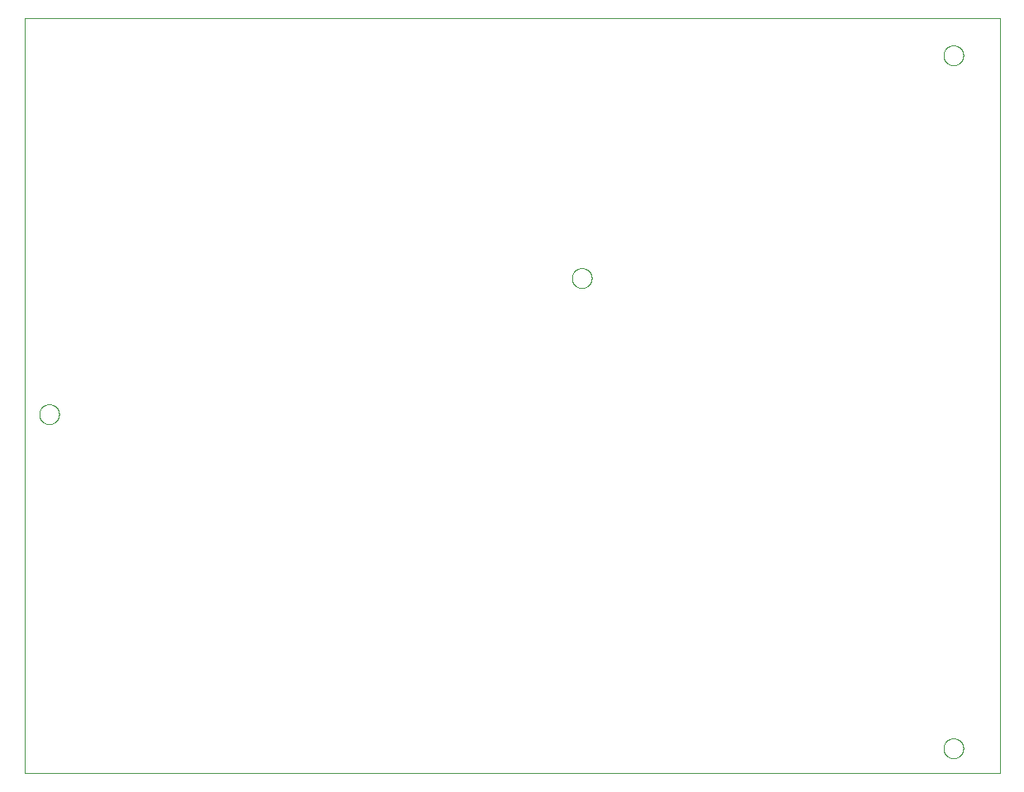
<source format=gtp>
G04 EAGLE Gerber X2 export*
%TF.Part,Single*%
%TF.FileFunction,Other,Solder paste top*%
%TF.FilePolarity,Positive*%
%TF.GenerationSoftware,Autodesk,EAGLE,8.7.0*%
%TF.CreationDate,2019-08-22T10:02:17Z*%
G75*
%MOMM*%
%FSLAX34Y34*%
%LPD*%
%AMOC8*
5,1,8,0,0,1.08239X$1,22.5*%
G01*
%ADD10C,0.000000*%


D10*
X0Y25400D02*
X1000000Y25400D01*
X1000000Y800000D01*
X0Y800000D01*
X0Y25400D01*
X942340Y762000D02*
X942343Y762249D01*
X942352Y762499D01*
X942368Y762747D01*
X942389Y762996D01*
X942416Y763244D01*
X942450Y763491D01*
X942490Y763737D01*
X942535Y763982D01*
X942587Y764226D01*
X942644Y764469D01*
X942708Y764710D01*
X942777Y764949D01*
X942853Y765187D01*
X942934Y765423D01*
X943021Y765657D01*
X943113Y765888D01*
X943212Y766117D01*
X943315Y766344D01*
X943425Y766568D01*
X943540Y766789D01*
X943660Y767008D01*
X943785Y767223D01*
X943916Y767436D01*
X944052Y767645D01*
X944193Y767850D01*
X944339Y768052D01*
X944490Y768251D01*
X944646Y768445D01*
X944807Y768636D01*
X944972Y768823D01*
X945142Y769006D01*
X945316Y769184D01*
X945494Y769358D01*
X945677Y769528D01*
X945864Y769693D01*
X946055Y769854D01*
X946249Y770010D01*
X946448Y770161D01*
X946650Y770307D01*
X946855Y770448D01*
X947064Y770584D01*
X947277Y770715D01*
X947492Y770840D01*
X947711Y770960D01*
X947932Y771075D01*
X948156Y771185D01*
X948383Y771288D01*
X948612Y771387D01*
X948843Y771479D01*
X949077Y771566D01*
X949313Y771647D01*
X949551Y771723D01*
X949790Y771792D01*
X950031Y771856D01*
X950274Y771913D01*
X950518Y771965D01*
X950763Y772010D01*
X951009Y772050D01*
X951256Y772084D01*
X951504Y772111D01*
X951753Y772132D01*
X952001Y772148D01*
X952251Y772157D01*
X952500Y772160D01*
X952749Y772157D01*
X952999Y772148D01*
X953247Y772132D01*
X953496Y772111D01*
X953744Y772084D01*
X953991Y772050D01*
X954237Y772010D01*
X954482Y771965D01*
X954726Y771913D01*
X954969Y771856D01*
X955210Y771792D01*
X955449Y771723D01*
X955687Y771647D01*
X955923Y771566D01*
X956157Y771479D01*
X956388Y771387D01*
X956617Y771288D01*
X956844Y771185D01*
X957068Y771075D01*
X957289Y770960D01*
X957508Y770840D01*
X957723Y770715D01*
X957936Y770584D01*
X958145Y770448D01*
X958350Y770307D01*
X958552Y770161D01*
X958751Y770010D01*
X958945Y769854D01*
X959136Y769693D01*
X959323Y769528D01*
X959506Y769358D01*
X959684Y769184D01*
X959858Y769006D01*
X960028Y768823D01*
X960193Y768636D01*
X960354Y768445D01*
X960510Y768251D01*
X960661Y768052D01*
X960807Y767850D01*
X960948Y767645D01*
X961084Y767436D01*
X961215Y767223D01*
X961340Y767008D01*
X961460Y766789D01*
X961575Y766568D01*
X961685Y766344D01*
X961788Y766117D01*
X961887Y765888D01*
X961979Y765657D01*
X962066Y765423D01*
X962147Y765187D01*
X962223Y764949D01*
X962292Y764710D01*
X962356Y764469D01*
X962413Y764226D01*
X962465Y763982D01*
X962510Y763737D01*
X962550Y763491D01*
X962584Y763244D01*
X962611Y762996D01*
X962632Y762747D01*
X962648Y762499D01*
X962657Y762249D01*
X962660Y762000D01*
X962657Y761751D01*
X962648Y761501D01*
X962632Y761253D01*
X962611Y761004D01*
X962584Y760756D01*
X962550Y760509D01*
X962510Y760263D01*
X962465Y760018D01*
X962413Y759774D01*
X962356Y759531D01*
X962292Y759290D01*
X962223Y759051D01*
X962147Y758813D01*
X962066Y758577D01*
X961979Y758343D01*
X961887Y758112D01*
X961788Y757883D01*
X961685Y757656D01*
X961575Y757432D01*
X961460Y757211D01*
X961340Y756992D01*
X961215Y756777D01*
X961084Y756564D01*
X960948Y756355D01*
X960807Y756150D01*
X960661Y755948D01*
X960510Y755749D01*
X960354Y755555D01*
X960193Y755364D01*
X960028Y755177D01*
X959858Y754994D01*
X959684Y754816D01*
X959506Y754642D01*
X959323Y754472D01*
X959136Y754307D01*
X958945Y754146D01*
X958751Y753990D01*
X958552Y753839D01*
X958350Y753693D01*
X958145Y753552D01*
X957936Y753416D01*
X957723Y753285D01*
X957508Y753160D01*
X957289Y753040D01*
X957068Y752925D01*
X956844Y752815D01*
X956617Y752712D01*
X956388Y752613D01*
X956157Y752521D01*
X955923Y752434D01*
X955687Y752353D01*
X955449Y752277D01*
X955210Y752208D01*
X954969Y752144D01*
X954726Y752087D01*
X954482Y752035D01*
X954237Y751990D01*
X953991Y751950D01*
X953744Y751916D01*
X953496Y751889D01*
X953247Y751868D01*
X952999Y751852D01*
X952749Y751843D01*
X952500Y751840D01*
X952251Y751843D01*
X952001Y751852D01*
X951753Y751868D01*
X951504Y751889D01*
X951256Y751916D01*
X951009Y751950D01*
X950763Y751990D01*
X950518Y752035D01*
X950274Y752087D01*
X950031Y752144D01*
X949790Y752208D01*
X949551Y752277D01*
X949313Y752353D01*
X949077Y752434D01*
X948843Y752521D01*
X948612Y752613D01*
X948383Y752712D01*
X948156Y752815D01*
X947932Y752925D01*
X947711Y753040D01*
X947492Y753160D01*
X947277Y753285D01*
X947064Y753416D01*
X946855Y753552D01*
X946650Y753693D01*
X946448Y753839D01*
X946249Y753990D01*
X946055Y754146D01*
X945864Y754307D01*
X945677Y754472D01*
X945494Y754642D01*
X945316Y754816D01*
X945142Y754994D01*
X944972Y755177D01*
X944807Y755364D01*
X944646Y755555D01*
X944490Y755749D01*
X944339Y755948D01*
X944193Y756150D01*
X944052Y756355D01*
X943916Y756564D01*
X943785Y756777D01*
X943660Y756992D01*
X943540Y757211D01*
X943425Y757432D01*
X943315Y757656D01*
X943212Y757883D01*
X943113Y758112D01*
X943021Y758343D01*
X942934Y758577D01*
X942853Y758813D01*
X942777Y759051D01*
X942708Y759290D01*
X942644Y759531D01*
X942587Y759774D01*
X942535Y760018D01*
X942490Y760263D01*
X942450Y760509D01*
X942416Y760756D01*
X942389Y761004D01*
X942368Y761253D01*
X942352Y761501D01*
X942343Y761751D01*
X942340Y762000D01*
X15240Y393700D02*
X15243Y393949D01*
X15252Y394199D01*
X15268Y394447D01*
X15289Y394696D01*
X15316Y394944D01*
X15350Y395191D01*
X15390Y395437D01*
X15435Y395682D01*
X15487Y395926D01*
X15544Y396169D01*
X15608Y396410D01*
X15677Y396649D01*
X15753Y396887D01*
X15834Y397123D01*
X15921Y397357D01*
X16013Y397588D01*
X16112Y397817D01*
X16215Y398044D01*
X16325Y398268D01*
X16440Y398489D01*
X16560Y398708D01*
X16685Y398923D01*
X16816Y399136D01*
X16952Y399345D01*
X17093Y399550D01*
X17239Y399752D01*
X17390Y399951D01*
X17546Y400145D01*
X17707Y400336D01*
X17872Y400523D01*
X18042Y400706D01*
X18216Y400884D01*
X18394Y401058D01*
X18577Y401228D01*
X18764Y401393D01*
X18955Y401554D01*
X19149Y401710D01*
X19348Y401861D01*
X19550Y402007D01*
X19755Y402148D01*
X19964Y402284D01*
X20177Y402415D01*
X20392Y402540D01*
X20611Y402660D01*
X20832Y402775D01*
X21056Y402885D01*
X21283Y402988D01*
X21512Y403087D01*
X21743Y403179D01*
X21977Y403266D01*
X22213Y403347D01*
X22451Y403423D01*
X22690Y403492D01*
X22931Y403556D01*
X23174Y403613D01*
X23418Y403665D01*
X23663Y403710D01*
X23909Y403750D01*
X24156Y403784D01*
X24404Y403811D01*
X24653Y403832D01*
X24901Y403848D01*
X25151Y403857D01*
X25400Y403860D01*
X25649Y403857D01*
X25899Y403848D01*
X26147Y403832D01*
X26396Y403811D01*
X26644Y403784D01*
X26891Y403750D01*
X27137Y403710D01*
X27382Y403665D01*
X27626Y403613D01*
X27869Y403556D01*
X28110Y403492D01*
X28349Y403423D01*
X28587Y403347D01*
X28823Y403266D01*
X29057Y403179D01*
X29288Y403087D01*
X29517Y402988D01*
X29744Y402885D01*
X29968Y402775D01*
X30189Y402660D01*
X30408Y402540D01*
X30623Y402415D01*
X30836Y402284D01*
X31045Y402148D01*
X31250Y402007D01*
X31452Y401861D01*
X31651Y401710D01*
X31845Y401554D01*
X32036Y401393D01*
X32223Y401228D01*
X32406Y401058D01*
X32584Y400884D01*
X32758Y400706D01*
X32928Y400523D01*
X33093Y400336D01*
X33254Y400145D01*
X33410Y399951D01*
X33561Y399752D01*
X33707Y399550D01*
X33848Y399345D01*
X33984Y399136D01*
X34115Y398923D01*
X34240Y398708D01*
X34360Y398489D01*
X34475Y398268D01*
X34585Y398044D01*
X34688Y397817D01*
X34787Y397588D01*
X34879Y397357D01*
X34966Y397123D01*
X35047Y396887D01*
X35123Y396649D01*
X35192Y396410D01*
X35256Y396169D01*
X35313Y395926D01*
X35365Y395682D01*
X35410Y395437D01*
X35450Y395191D01*
X35484Y394944D01*
X35511Y394696D01*
X35532Y394447D01*
X35548Y394199D01*
X35557Y393949D01*
X35560Y393700D01*
X35557Y393451D01*
X35548Y393201D01*
X35532Y392953D01*
X35511Y392704D01*
X35484Y392456D01*
X35450Y392209D01*
X35410Y391963D01*
X35365Y391718D01*
X35313Y391474D01*
X35256Y391231D01*
X35192Y390990D01*
X35123Y390751D01*
X35047Y390513D01*
X34966Y390277D01*
X34879Y390043D01*
X34787Y389812D01*
X34688Y389583D01*
X34585Y389356D01*
X34475Y389132D01*
X34360Y388911D01*
X34240Y388692D01*
X34115Y388477D01*
X33984Y388264D01*
X33848Y388055D01*
X33707Y387850D01*
X33561Y387648D01*
X33410Y387449D01*
X33254Y387255D01*
X33093Y387064D01*
X32928Y386877D01*
X32758Y386694D01*
X32584Y386516D01*
X32406Y386342D01*
X32223Y386172D01*
X32036Y386007D01*
X31845Y385846D01*
X31651Y385690D01*
X31452Y385539D01*
X31250Y385393D01*
X31045Y385252D01*
X30836Y385116D01*
X30623Y384985D01*
X30408Y384860D01*
X30189Y384740D01*
X29968Y384625D01*
X29744Y384515D01*
X29517Y384412D01*
X29288Y384313D01*
X29057Y384221D01*
X28823Y384134D01*
X28587Y384053D01*
X28349Y383977D01*
X28110Y383908D01*
X27869Y383844D01*
X27626Y383787D01*
X27382Y383735D01*
X27137Y383690D01*
X26891Y383650D01*
X26644Y383616D01*
X26396Y383589D01*
X26147Y383568D01*
X25899Y383552D01*
X25649Y383543D01*
X25400Y383540D01*
X25151Y383543D01*
X24901Y383552D01*
X24653Y383568D01*
X24404Y383589D01*
X24156Y383616D01*
X23909Y383650D01*
X23663Y383690D01*
X23418Y383735D01*
X23174Y383787D01*
X22931Y383844D01*
X22690Y383908D01*
X22451Y383977D01*
X22213Y384053D01*
X21977Y384134D01*
X21743Y384221D01*
X21512Y384313D01*
X21283Y384412D01*
X21056Y384515D01*
X20832Y384625D01*
X20611Y384740D01*
X20392Y384860D01*
X20177Y384985D01*
X19964Y385116D01*
X19755Y385252D01*
X19550Y385393D01*
X19348Y385539D01*
X19149Y385690D01*
X18955Y385846D01*
X18764Y386007D01*
X18577Y386172D01*
X18394Y386342D01*
X18216Y386516D01*
X18042Y386694D01*
X17872Y386877D01*
X17707Y387064D01*
X17546Y387255D01*
X17390Y387449D01*
X17239Y387648D01*
X17093Y387850D01*
X16952Y388055D01*
X16816Y388264D01*
X16685Y388477D01*
X16560Y388692D01*
X16440Y388911D01*
X16325Y389132D01*
X16215Y389356D01*
X16112Y389583D01*
X16013Y389812D01*
X15921Y390043D01*
X15834Y390277D01*
X15753Y390513D01*
X15677Y390751D01*
X15608Y390990D01*
X15544Y391231D01*
X15487Y391474D01*
X15435Y391718D01*
X15390Y391963D01*
X15350Y392209D01*
X15316Y392456D01*
X15289Y392704D01*
X15268Y392953D01*
X15252Y393201D01*
X15243Y393451D01*
X15240Y393700D01*
X942340Y50800D02*
X942343Y51049D01*
X942352Y51299D01*
X942368Y51547D01*
X942389Y51796D01*
X942416Y52044D01*
X942450Y52291D01*
X942490Y52537D01*
X942535Y52782D01*
X942587Y53026D01*
X942644Y53269D01*
X942708Y53510D01*
X942777Y53749D01*
X942853Y53987D01*
X942934Y54223D01*
X943021Y54457D01*
X943113Y54688D01*
X943212Y54917D01*
X943315Y55144D01*
X943425Y55368D01*
X943540Y55589D01*
X943660Y55808D01*
X943785Y56023D01*
X943916Y56236D01*
X944052Y56445D01*
X944193Y56650D01*
X944339Y56852D01*
X944490Y57051D01*
X944646Y57245D01*
X944807Y57436D01*
X944972Y57623D01*
X945142Y57806D01*
X945316Y57984D01*
X945494Y58158D01*
X945677Y58328D01*
X945864Y58493D01*
X946055Y58654D01*
X946249Y58810D01*
X946448Y58961D01*
X946650Y59107D01*
X946855Y59248D01*
X947064Y59384D01*
X947277Y59515D01*
X947492Y59640D01*
X947711Y59760D01*
X947932Y59875D01*
X948156Y59985D01*
X948383Y60088D01*
X948612Y60187D01*
X948843Y60279D01*
X949077Y60366D01*
X949313Y60447D01*
X949551Y60523D01*
X949790Y60592D01*
X950031Y60656D01*
X950274Y60713D01*
X950518Y60765D01*
X950763Y60810D01*
X951009Y60850D01*
X951256Y60884D01*
X951504Y60911D01*
X951753Y60932D01*
X952001Y60948D01*
X952251Y60957D01*
X952500Y60960D01*
X952749Y60957D01*
X952999Y60948D01*
X953247Y60932D01*
X953496Y60911D01*
X953744Y60884D01*
X953991Y60850D01*
X954237Y60810D01*
X954482Y60765D01*
X954726Y60713D01*
X954969Y60656D01*
X955210Y60592D01*
X955449Y60523D01*
X955687Y60447D01*
X955923Y60366D01*
X956157Y60279D01*
X956388Y60187D01*
X956617Y60088D01*
X956844Y59985D01*
X957068Y59875D01*
X957289Y59760D01*
X957508Y59640D01*
X957723Y59515D01*
X957936Y59384D01*
X958145Y59248D01*
X958350Y59107D01*
X958552Y58961D01*
X958751Y58810D01*
X958945Y58654D01*
X959136Y58493D01*
X959323Y58328D01*
X959506Y58158D01*
X959684Y57984D01*
X959858Y57806D01*
X960028Y57623D01*
X960193Y57436D01*
X960354Y57245D01*
X960510Y57051D01*
X960661Y56852D01*
X960807Y56650D01*
X960948Y56445D01*
X961084Y56236D01*
X961215Y56023D01*
X961340Y55808D01*
X961460Y55589D01*
X961575Y55368D01*
X961685Y55144D01*
X961788Y54917D01*
X961887Y54688D01*
X961979Y54457D01*
X962066Y54223D01*
X962147Y53987D01*
X962223Y53749D01*
X962292Y53510D01*
X962356Y53269D01*
X962413Y53026D01*
X962465Y52782D01*
X962510Y52537D01*
X962550Y52291D01*
X962584Y52044D01*
X962611Y51796D01*
X962632Y51547D01*
X962648Y51299D01*
X962657Y51049D01*
X962660Y50800D01*
X962657Y50551D01*
X962648Y50301D01*
X962632Y50053D01*
X962611Y49804D01*
X962584Y49556D01*
X962550Y49309D01*
X962510Y49063D01*
X962465Y48818D01*
X962413Y48574D01*
X962356Y48331D01*
X962292Y48090D01*
X962223Y47851D01*
X962147Y47613D01*
X962066Y47377D01*
X961979Y47143D01*
X961887Y46912D01*
X961788Y46683D01*
X961685Y46456D01*
X961575Y46232D01*
X961460Y46011D01*
X961340Y45792D01*
X961215Y45577D01*
X961084Y45364D01*
X960948Y45155D01*
X960807Y44950D01*
X960661Y44748D01*
X960510Y44549D01*
X960354Y44355D01*
X960193Y44164D01*
X960028Y43977D01*
X959858Y43794D01*
X959684Y43616D01*
X959506Y43442D01*
X959323Y43272D01*
X959136Y43107D01*
X958945Y42946D01*
X958751Y42790D01*
X958552Y42639D01*
X958350Y42493D01*
X958145Y42352D01*
X957936Y42216D01*
X957723Y42085D01*
X957508Y41960D01*
X957289Y41840D01*
X957068Y41725D01*
X956844Y41615D01*
X956617Y41512D01*
X956388Y41413D01*
X956157Y41321D01*
X955923Y41234D01*
X955687Y41153D01*
X955449Y41077D01*
X955210Y41008D01*
X954969Y40944D01*
X954726Y40887D01*
X954482Y40835D01*
X954237Y40790D01*
X953991Y40750D01*
X953744Y40716D01*
X953496Y40689D01*
X953247Y40668D01*
X952999Y40652D01*
X952749Y40643D01*
X952500Y40640D01*
X952251Y40643D01*
X952001Y40652D01*
X951753Y40668D01*
X951504Y40689D01*
X951256Y40716D01*
X951009Y40750D01*
X950763Y40790D01*
X950518Y40835D01*
X950274Y40887D01*
X950031Y40944D01*
X949790Y41008D01*
X949551Y41077D01*
X949313Y41153D01*
X949077Y41234D01*
X948843Y41321D01*
X948612Y41413D01*
X948383Y41512D01*
X948156Y41615D01*
X947932Y41725D01*
X947711Y41840D01*
X947492Y41960D01*
X947277Y42085D01*
X947064Y42216D01*
X946855Y42352D01*
X946650Y42493D01*
X946448Y42639D01*
X946249Y42790D01*
X946055Y42946D01*
X945864Y43107D01*
X945677Y43272D01*
X945494Y43442D01*
X945316Y43616D01*
X945142Y43794D01*
X944972Y43977D01*
X944807Y44164D01*
X944646Y44355D01*
X944490Y44549D01*
X944339Y44748D01*
X944193Y44950D01*
X944052Y45155D01*
X943916Y45364D01*
X943785Y45577D01*
X943660Y45792D01*
X943540Y46011D01*
X943425Y46232D01*
X943315Y46456D01*
X943212Y46683D01*
X943113Y46912D01*
X943021Y47143D01*
X942934Y47377D01*
X942853Y47613D01*
X942777Y47851D01*
X942708Y48090D01*
X942644Y48331D01*
X942587Y48574D01*
X942535Y48818D01*
X942490Y49063D01*
X942450Y49309D01*
X942416Y49556D01*
X942389Y49804D01*
X942368Y50053D01*
X942352Y50301D01*
X942343Y50551D01*
X942340Y50800D01*
X561340Y533400D02*
X561343Y533649D01*
X561352Y533899D01*
X561368Y534147D01*
X561389Y534396D01*
X561416Y534644D01*
X561450Y534891D01*
X561490Y535137D01*
X561535Y535382D01*
X561587Y535626D01*
X561644Y535869D01*
X561708Y536110D01*
X561777Y536349D01*
X561853Y536587D01*
X561934Y536823D01*
X562021Y537057D01*
X562113Y537288D01*
X562212Y537517D01*
X562315Y537744D01*
X562425Y537968D01*
X562540Y538189D01*
X562660Y538408D01*
X562785Y538623D01*
X562916Y538836D01*
X563052Y539045D01*
X563193Y539250D01*
X563339Y539452D01*
X563490Y539651D01*
X563646Y539845D01*
X563807Y540036D01*
X563972Y540223D01*
X564142Y540406D01*
X564316Y540584D01*
X564494Y540758D01*
X564677Y540928D01*
X564864Y541093D01*
X565055Y541254D01*
X565249Y541410D01*
X565448Y541561D01*
X565650Y541707D01*
X565855Y541848D01*
X566064Y541984D01*
X566277Y542115D01*
X566492Y542240D01*
X566711Y542360D01*
X566932Y542475D01*
X567156Y542585D01*
X567383Y542688D01*
X567612Y542787D01*
X567843Y542879D01*
X568077Y542966D01*
X568313Y543047D01*
X568551Y543123D01*
X568790Y543192D01*
X569031Y543256D01*
X569274Y543313D01*
X569518Y543365D01*
X569763Y543410D01*
X570009Y543450D01*
X570256Y543484D01*
X570504Y543511D01*
X570753Y543532D01*
X571001Y543548D01*
X571251Y543557D01*
X571500Y543560D01*
X571749Y543557D01*
X571999Y543548D01*
X572247Y543532D01*
X572496Y543511D01*
X572744Y543484D01*
X572991Y543450D01*
X573237Y543410D01*
X573482Y543365D01*
X573726Y543313D01*
X573969Y543256D01*
X574210Y543192D01*
X574449Y543123D01*
X574687Y543047D01*
X574923Y542966D01*
X575157Y542879D01*
X575388Y542787D01*
X575617Y542688D01*
X575844Y542585D01*
X576068Y542475D01*
X576289Y542360D01*
X576508Y542240D01*
X576723Y542115D01*
X576936Y541984D01*
X577145Y541848D01*
X577350Y541707D01*
X577552Y541561D01*
X577751Y541410D01*
X577945Y541254D01*
X578136Y541093D01*
X578323Y540928D01*
X578506Y540758D01*
X578684Y540584D01*
X578858Y540406D01*
X579028Y540223D01*
X579193Y540036D01*
X579354Y539845D01*
X579510Y539651D01*
X579661Y539452D01*
X579807Y539250D01*
X579948Y539045D01*
X580084Y538836D01*
X580215Y538623D01*
X580340Y538408D01*
X580460Y538189D01*
X580575Y537968D01*
X580685Y537744D01*
X580788Y537517D01*
X580887Y537288D01*
X580979Y537057D01*
X581066Y536823D01*
X581147Y536587D01*
X581223Y536349D01*
X581292Y536110D01*
X581356Y535869D01*
X581413Y535626D01*
X581465Y535382D01*
X581510Y535137D01*
X581550Y534891D01*
X581584Y534644D01*
X581611Y534396D01*
X581632Y534147D01*
X581648Y533899D01*
X581657Y533649D01*
X581660Y533400D01*
X581657Y533151D01*
X581648Y532901D01*
X581632Y532653D01*
X581611Y532404D01*
X581584Y532156D01*
X581550Y531909D01*
X581510Y531663D01*
X581465Y531418D01*
X581413Y531174D01*
X581356Y530931D01*
X581292Y530690D01*
X581223Y530451D01*
X581147Y530213D01*
X581066Y529977D01*
X580979Y529743D01*
X580887Y529512D01*
X580788Y529283D01*
X580685Y529056D01*
X580575Y528832D01*
X580460Y528611D01*
X580340Y528392D01*
X580215Y528177D01*
X580084Y527964D01*
X579948Y527755D01*
X579807Y527550D01*
X579661Y527348D01*
X579510Y527149D01*
X579354Y526955D01*
X579193Y526764D01*
X579028Y526577D01*
X578858Y526394D01*
X578684Y526216D01*
X578506Y526042D01*
X578323Y525872D01*
X578136Y525707D01*
X577945Y525546D01*
X577751Y525390D01*
X577552Y525239D01*
X577350Y525093D01*
X577145Y524952D01*
X576936Y524816D01*
X576723Y524685D01*
X576508Y524560D01*
X576289Y524440D01*
X576068Y524325D01*
X575844Y524215D01*
X575617Y524112D01*
X575388Y524013D01*
X575157Y523921D01*
X574923Y523834D01*
X574687Y523753D01*
X574449Y523677D01*
X574210Y523608D01*
X573969Y523544D01*
X573726Y523487D01*
X573482Y523435D01*
X573237Y523390D01*
X572991Y523350D01*
X572744Y523316D01*
X572496Y523289D01*
X572247Y523268D01*
X571999Y523252D01*
X571749Y523243D01*
X571500Y523240D01*
X571251Y523243D01*
X571001Y523252D01*
X570753Y523268D01*
X570504Y523289D01*
X570256Y523316D01*
X570009Y523350D01*
X569763Y523390D01*
X569518Y523435D01*
X569274Y523487D01*
X569031Y523544D01*
X568790Y523608D01*
X568551Y523677D01*
X568313Y523753D01*
X568077Y523834D01*
X567843Y523921D01*
X567612Y524013D01*
X567383Y524112D01*
X567156Y524215D01*
X566932Y524325D01*
X566711Y524440D01*
X566492Y524560D01*
X566277Y524685D01*
X566064Y524816D01*
X565855Y524952D01*
X565650Y525093D01*
X565448Y525239D01*
X565249Y525390D01*
X565055Y525546D01*
X564864Y525707D01*
X564677Y525872D01*
X564494Y526042D01*
X564316Y526216D01*
X564142Y526394D01*
X563972Y526577D01*
X563807Y526764D01*
X563646Y526955D01*
X563490Y527149D01*
X563339Y527348D01*
X563193Y527550D01*
X563052Y527755D01*
X562916Y527964D01*
X562785Y528177D01*
X562660Y528392D01*
X562540Y528611D01*
X562425Y528832D01*
X562315Y529056D01*
X562212Y529283D01*
X562113Y529512D01*
X562021Y529743D01*
X561934Y529977D01*
X561853Y530213D01*
X561777Y530451D01*
X561708Y530690D01*
X561644Y530931D01*
X561587Y531174D01*
X561535Y531418D01*
X561490Y531663D01*
X561450Y531909D01*
X561416Y532156D01*
X561389Y532404D01*
X561368Y532653D01*
X561352Y532901D01*
X561343Y533151D01*
X561340Y533400D01*
M02*

</source>
